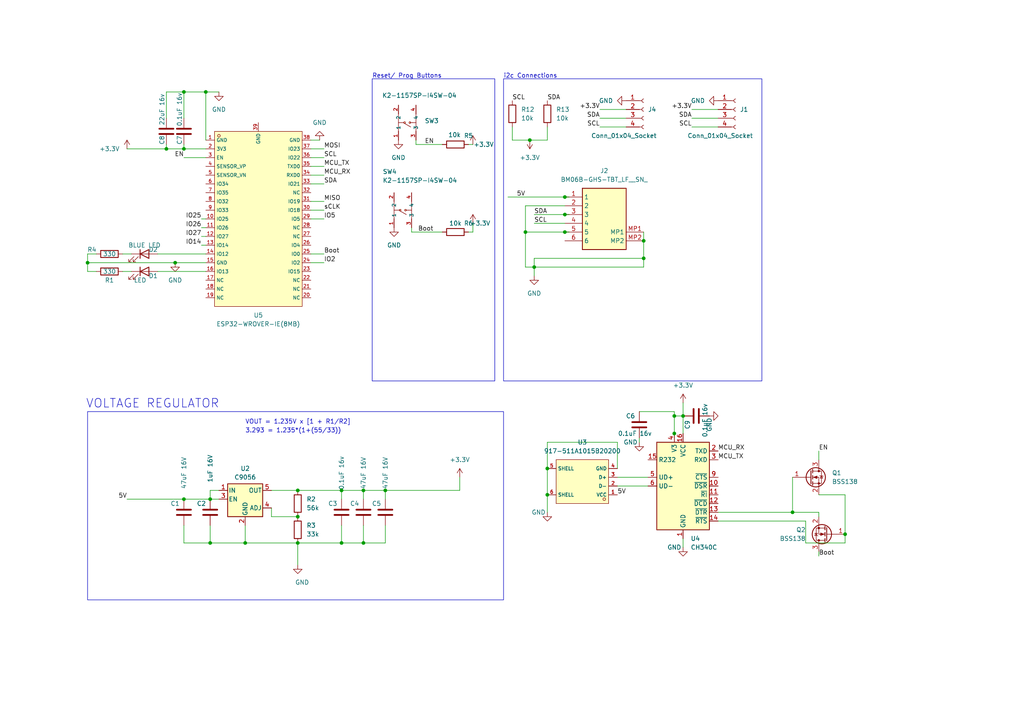
<source format=kicad_sch>
(kicad_sch (version 20231120) (generator "eeschema") (generator_version "8.0")
  (paper "A4")
  (lib_symbols
    (symbol "917-511A1015B20200:917-511A1015B20200"
      (property "Reference" "U" (at 0 1.27 0))
      (property "Value" "917-511A1015B20200" (at 0 -2.54 0))
      (symbol "917-511A1015B20200_0_1"
        (rectangle (start -7.62 7.62) (end 7.62 -5.08) (fill (type background)))
        (circle (center -6.35 6.35) (radius 0.381) (fill (type background)))
        (pin unspecified line (at -10.16 5.08 0) (length 2.54) (name "VCC") (number "1"))
        (pin unspecified line (at -10.16 2.54 0) (length 2.54) (name "D-") (number "2"))
        (pin unspecified line (at -10.16 0 0) (length 2.54) (name "D+") (number "3"))
        (pin unspecified line (at -10.16 -2.54 0) (length 2.54) (name "GND") (number "4"))
        (pin unspecified line (at 10.16 -2.54 180) (length 2.54) (name "SHELL") (number "5"))
        (pin unspecified line (at 10.16 5.08 180) (length 2.54) (name "SHELL") (number "6"))
      )
    )
    (symbol "BM06B-GHS-TBT_LF__SN_:BM06B-GHS-TBT_LF__SN_"
      (property "Reference" "J" (at 19.05 7.62 0))
      (property "Value" "BM06B-GHS-TBT_LF__SN_" (at 19.05 5.08 0))
      (symbol "BM06B-GHS-TBT_LF__SN__1_1"
        (rectangle (start 5.08 2.54) (end 17.78 -15.24) (stroke (width 0.254)) (fill (type background)))
        (pin passive line (at 22.86 -12.7 180) (length 5.08) (name "1") (number "1"))
        (pin passive line (at 22.86 -10.16 180) (length 5.08) (name "2") (number "2"))
        (pin passive line (at 22.86 -7.62 180) (length 5.08) (name "3") (number "3"))
        (pin passive line (at 22.86 -5.08 180) (length 5.08) (name "4") (number "4"))
        (pin passive line (at 22.86 -2.54 180) (length 5.08) (name "5") (number "5"))
        (pin passive line (at 22.86 0 180) (length 5.08) (name "6") (number "6"))
        (pin passive line (at 0 -2.54 0) (length 5.08) (name "MP1") (number "MP1"))
        (pin passive line (at 0 0 0) (length 5.08) (name "MP2") (number "MP2"))
      )
    )
    (symbol "Connector:Conn_01x04_Socket" (pin_names (offset 1.016) hide)
      (property "Reference" "J" (at 0 5.08 0))
      (property "Value" "Conn_01x04_Socket" (at 0 -7.62 0))
      (symbol "Conn_01x04_Socket_1_1"
        (arc (start 0 -4.572) (mid -0.5058 -5.08) (end 0 -5.588) (stroke (width 0.1524)))
        (arc (start 0 -2.032) (mid -0.5058 -2.54) (end 0 -3.048) (stroke (width 0.1524)))
        (polyline (pts (xy -1.27 -5.08) (xy -0.508 -5.08)) (stroke (width 0.1524)))
        (polyline (pts (xy -1.27 -2.54) (xy -0.508 -2.54)) (stroke (width 0.1524)))
        (polyline (pts (xy -1.27 0) (xy -0.508 0)) (stroke (width 0.1524)))
        (polyline (pts (xy -1.27 2.54) (xy -0.508 2.54)) (stroke (width 0.1524)))
        (arc (start 0 0.508) (mid -0.5058 0) (end 0 -0.508) (stroke (width 0.1524)))
        (arc (start 0 3.048) (mid -0.5058 2.54) (end 0 2.032) (stroke (width 0.1524)))
        (pin passive line (at -5.08 2.54 0) (length 3.81) (name "Pin_1") (number "1"))
        (pin passive line (at -5.08 0 0) (length 3.81) (name "Pin_2") (number "2"))
        (pin passive line (at -5.08 -2.54 0) (length 3.81) (name "Pin_3") (number "3"))
        (pin passive line (at -5.08 -5.08 0) (length 3.81) (name "Pin_4") (number "4"))
      )
    )
    (symbol "Connector:Conn_01x06_Pin" (pin_names (offset 1.016) hide)
      (property "Reference" "J" (at 0 7.62 0))
      (property "Value" "Conn_01x06_Pin" (at 0 -10.16 0))
      (symbol "Conn_01x06_Pin_1_1"
        (polyline (pts (xy 1.27 -7.62) (xy 0.8636 -7.62)) (stroke (width 0.1524)))
        (polyline (pts (xy 1.27 -5.08) (xy 0.8636 -5.08)) (stroke (width 0.1524)))
        (polyline (pts (xy 1.27 -2.54) (xy 0.8636 -2.54)) (stroke (width 0.1524)))
        (polyline (pts (xy 1.27 0) (xy 0.8636 0)) (stroke (width 0.1524)))
        (polyline (pts (xy 1.27 2.54) (xy 0.8636 2.54)) (stroke (width 0.1524)))
        (polyline (pts (xy 1.27 5.08) (xy 0.8636 5.08)) (stroke (width 0.1524)))
        (rectangle (start 0.8636 -7.493) (end 0 -7.747) (stroke (width 0.1524)) (fill (type outline)))
        (rectangle (start 0.8636 -4.953) (end 0 -5.207) (stroke (width 0.1524)) (fill (type outline)))
        (rectangle (start 0.8636 -2.413) (end 0 -2.667) (stroke (width 0.1524)) (fill (type outline)))
        (rectangle (start 0.8636 0.127) (end 0 -0.127) (stroke (width 0.1524)) (fill (type outline)))
        (rectangle (start 0.8636 2.667) (end 0 2.413) (stroke (width 0.1524)) (fill (type outline)))
        (rectangle (start 0.8636 5.207) (end 0 4.953) (stroke (width 0.1524)) (fill (type outline)))
        (pin passive line (at 5.08 5.08 180) (length 3.81) (name "Pin_1") (number "1"))
        (pin passive line (at 5.08 2.54 180) (length 3.81) (name "Pin_2") (number "2"))
        (pin passive line (at 5.08 0 180) (length 3.81) (name "Pin_3") (number "3"))
        (pin passive line (at 5.08 -2.54 180) (length 3.81) (name "Pin_4") (number "4"))
        (pin passive line (at 5.08 -5.08 180) (length 3.81) (name "Pin_5") (number "5"))
        (pin passive line (at 5.08 -7.62 180) (length 3.81) (name "Pin_6") (number "6"))
      )
    )
    (symbol "Device:C" (pin_numbers hide) (pin_names (offset 0.254))
      (property "Reference" "C" (at 0.635 2.54 0))
      (property "Value" "C" (at 0.635 -2.54 0))
      (symbol "C_0_1"
        (polyline (pts (xy -2.032 -0.762) (xy 2.032 -0.762)) (stroke (width 0.508)))
        (polyline (pts (xy -2.032 0.762) (xy 2.032 0.762)) (stroke (width 0.508)))
      )
      (symbol "C_1_1"
        (pin passive line (at 0 3.81 270) (length 2.794) (name "~") (number "1"))
        (pin passive line (at 0 -3.81 90) (length 2.794) (name "~") (number "2"))
      )
    )
    (symbol "Device:LED" (pin_numbers hide) (pin_names (offset 1.016) hide)
      (property "Reference" "D" (at 0 2.54 0))
      (property "Value" "LED" (at 0 -2.54 0))
      (symbol "LED_0_1"
        (polyline (pts (xy -1.27 -1.27) (xy -1.27 1.27)) (stroke (width 0.254)))
        (polyline (pts (xy -1.27 0) (xy 1.27 0)))
        (polyline (pts (xy 1.27 -1.27) (xy 1.27 1.27) (xy -1.27 0) (xy 1.27 -1.27)) (stroke (width 0.254)))
        (polyline (pts (xy -3.048 -0.762) (xy -4.572 -2.286) (xy -3.81 -2.286) (xy -4.572 -2.286) (xy -4.572 -1.524)))
        (polyline (pts (xy -1.778 -0.762) (xy -3.302 -2.286) (xy -2.54 -2.286) (xy -3.302 -2.286) (xy -3.302 -1.524)))
      )
      (symbol "LED_1_1"
        (pin passive line (at -3.81 0 0) (length 2.54) (name "K") (number "1"))
        (pin passive line (at 3.81 0 180) (length 2.54) (name "A") (number "2"))
      )
    )
    (symbol "Device:R" (pin_numbers hide) (pin_names (offset 0))
      (property "Reference" "R" (at 2.032 0 90))
      (property "Value" "R" (at 0 0 90))
      (symbol "R_0_1"
        (rectangle (start -1.016 -2.54) (end 1.016 2.54) (stroke (width 0.254)))
      )
      (symbol "R_1_1"
        (pin passive line (at 0 3.81 270) (length 1.27) (name "~") (number "1"))
        (pin passive line (at 0 -3.81 90) (length 1.27) (name "~") (number "2"))
      )
    )
    (symbol "ESP32-WROVER-IE(8MB):ESP32-WROVER-IE(8MB)"
      (property "Reference" "U" (at 0 1.27 0))
      (property "Value" "ESP32-WROVER-IE(8MB)" (at 0 -2.54 0))
      (symbol "ESP32-WROVER-IE(8MB)_0_1"
        (rectangle (start -12.7 25.4001) (end 12.7 -25.4001) (fill (type background)))
        (circle (center -11.43 24.13) (radius 0.381) (fill (type background)))
        (pin unspecified line (at -15.24 22.86 0) (length 2.54) (name "GND") (number "1"))
        (pin unspecified line (at -15.24 0 0) (length 2.54) (name "IO25") (number "10"))
        (pin unspecified line (at -15.24 -2.54 0) (length 2.54) (name "IO26") (number "11"))
        (pin unspecified line (at -15.24 -5.08 0) (length 2.54) (name "IO27") (number "12"))
        (pin unspecified line (at -15.24 -7.62 0) (length 2.54) (name "IO14") (number "13"))
        (pin unspecified line (at -15.24 -10.16 0) (length 2.54) (name "IO12") (number "14"))
        (pin unspecified line (at -15.24 -12.7 0) (length 2.54) (name "GND") (number "15"))
        (pin unspecified line (at -15.24 -15.24 0) (length 2.54) (name "IO13") (number "16"))
        (pin unspecified line (at -15.24 -17.78 0) (length 2.54) (name "NC") (number "17"))
        (pin unspecified line (at -15.24 -20.32 0) (length 2.54) (name "NC") (number "18"))
        (pin unspecified line (at -15.24 -22.86 0) (length 2.54) (name "NC") (number "19"))
        (pin unspecified line (at -15.24 20.32 0) (length 2.54) (name "3V3") (number "2"))
        (pin unspecified line (at 15.24 -22.86 180) (length 2.54) (name "NC") (number "20"))
        (pin unspecified line (at 15.24 -20.32 180) (length 2.54) (name "NC") (number "21"))
        (pin unspecified line (at 15.24 -17.78 180) (length 2.54) (name "NC") (number "22"))
        (pin unspecified line (at 15.24 -15.24 180) (length 2.54) (name "IO15") (number "23"))
        (pin unspecified line (at 15.24 -12.7 180) (length 2.54) (name "IO2") (number "24"))
        (pin unspecified line (at 15.24 -10.16 180) (length 2.54) (name "IO0") (number "25"))
        (pin unspecified line (at 15.24 -7.62 180) (length 2.54) (name "IO4") (number "26"))
        (pin unspecified line (at 15.24 -5.08 180) (length 2.54) (name "NC") (number "27"))
        (pin unspecified line (at 15.24 -2.54 180) (length 2.54) (name "NC") (number "28"))
        (pin unspecified line (at 15.24 0 180) (length 2.54) (name "IO5") (number "29"))
        (pin unspecified line (at -15.24 17.78 0) (length 2.54) (name "EN") (number "3"))
        (pin unspecified line (at 15.24 2.54 180) (length 2.54) (name "IO18") (number "30"))
        (pin unspecified line (at 15.24 5.08 180) (length 2.54) (name "IO19") (number "31"))
        (pin unspecified line (at 15.24 7.62 180) (length 2.54) (name "NC") (number "32"))
        (pin unspecified line (at 15.24 10.16 180) (length 2.54) (name "IO21") (number "33"))
        (pin unspecified line (at 15.24 12.7 180) (length 2.54) (name "RXD0") (number "34"))
        (pin unspecified line (at 15.24 15.24 180) (length 2.54) (name "TXD0") (number "35"))
        (pin unspecified line (at 15.24 17.78 180) (length 2.54) (name "IO22") (number "36"))
        (pin unspecified line (at 15.24 20.32 180) (length 2.54) (name "IO23") (number "37"))
        (pin unspecified line (at 15.24 22.86 180) (length 2.54) (name "GND") (number "38"))
        (pin unspecified line (at 0 27.94 270) (length 2.54) (name "GND") (number "39"))
        (pin unspecified line (at -15.24 15.24 0) (length 2.54) (name "SENSOR_VP") (number "4"))
        (pin unspecified line (at -15.24 12.7 0) (length 2.54) (name "SENSOR_VN") (number "5"))
        (pin unspecified line (at -15.24 10.16 0) (length 2.54) (name "IO34") (number "6"))
        (pin unspecified line (at -15.24 7.62 0) (length 2.54) (name "IO35") (number "7"))
        (pin unspecified line (at -15.24 5.08 0) (length 2.54) (name "IO32") (number "8"))
        (pin unspecified line (at -15.24 2.54 0) (length 2.54) (name "IO33") (number "9"))
      )
    )
    (symbol "GND_1" (power) (pin_names (offset 0))
      (property "Value" "GND_1" (at 0 -3.81 0))
      (symbol "GND_1_0_1"
        (polyline (pts (xy 0 0) (xy 0 -1.27) (xy 1.27 -1.27) (xy 0 -2.54) (xy -1.27 -1.27) (xy 0 -1.27)))
      )
      (symbol "GND_1_1_1"
        (pin power_in line (at 0 0 270) (length 0) hide (name "GND") (number "1"))
      )
    )
    (symbol "GND_2" (power) (pin_numbers hide) (pin_names (offset 0) hide)
      (property "Value" "GND" (at 0 -3.81 0))
      (symbol "GND_2_0_1"
        (polyline (pts (xy 0 0) (xy 0 -1.27) (xy 1.27 -1.27) (xy 0 -2.54) (xy -1.27 -1.27) (xy 0 -1.27)))
      )
      (symbol "GND_2_1_1"
        (pin power_in line (at 0 0 270) (length 0) (name "~") (number "1"))
      )
    )
    (symbol "Interface_USB:CH340C"
      (property "Reference" "U" (at -5.08 13.97 0))
      (property "Value" "CH340C" (at 1.27 13.97 0))
      (symbol "CH340C_0_1"
        (rectangle (start -7.62 12.7) (end 7.62 -12.7) (stroke (width 0.254)) (fill (type background)))
      )
      (symbol "CH340C_1_1"
        (pin power_in line (at 0 -15.24 90) (length 2.54) (name "GND") (number "1"))
        (pin input line (at 10.16 0 180) (length 2.54) (name "~{DSR}") (number "10"))
        (pin input line (at 10.16 -2.54 180) (length 2.54) (name "~{RI}") (number "11"))
        (pin input line (at 10.16 -5.08 180) (length 2.54) (name "~{DCD}") (number "12"))
        (pin output line (at 10.16 -7.62 180) (length 2.54) (name "~{DTR}") (number "13"))
        (pin output line (at 10.16 -10.16 180) (length 2.54) (name "~{RTS}") (number "14"))
        (pin input line (at -10.16 7.62 0) (length 2.54) (name "R232") (number "15"))
        (pin power_in line (at 0 15.24 270) (length 2.54) (name "VCC") (number "16"))
        (pin output line (at 10.16 10.16 180) (length 2.54) (name "TXD") (number "2"))
        (pin input line (at 10.16 7.62 180) (length 2.54) (name "RXD") (number "3"))
        (pin passive line (at -2.54 15.24 270) (length 2.54) (name "V3") (number "4"))
        (pin bidirectional line (at -10.16 2.54 0) (length 2.54) (name "UD+") (number "5"))
        (pin bidirectional line (at -10.16 0 0) (length 2.54) (name "UD-") (number "6"))
        (pin no_connect line (at -7.62 -7.62 0) (length 2.54) hide (name "NC") (number "7"))
        (pin no_connect line (at -7.62 -10.16 0) (length 2.54) hide (name "NC") (number "8"))
        (pin input line (at 10.16 2.54 180) (length 2.54) (name "~{CTS}") (number "9"))
      )
    )
    (symbol "K2-1157SP-I4SW-04:K2-1157SP-I4SW-04"
      (property "Reference" "SW" (at 0 1.27 0))
      (property "Value" "K2-1157SP-I4SW-04" (at 0 -2.54 0))
      (symbol "K2-1157SP-I4SW-04_0_1"
        (circle (center 0 -0.762) (radius 0.254) (fill (type background)))
        (polyline (pts (xy -2.54 -2.54) (xy 2.54 -2.54)))
        (polyline (pts (xy -1.27 -1.016) (xy -0.254 0.762)))
        (polyline (pts (xy 0 -2.54) (xy 0 -1.524)))
        (polyline (pts (xy 0 -1.524) (xy 0 -0.762)))
        (polyline (pts (xy 0 2.54) (xy 0 0.762)))
        (polyline (pts (xy 2.54 2.54) (xy -2.54 2.54)))
        (circle (center 0 0.762) (radius 0.254) (fill (type background)))
        (pin unspecified line (at -5.08 2.54 0) (length 2.54) (name "1") (number "1"))
        (pin unspecified line (at 5.08 2.54 180) (length 2.54) (name "2") (number "2"))
        (pin unspecified line (at -5.08 -2.54 0) (length 2.54) (name "3") (number "3"))
        (pin unspecified line (at 5.08 -2.54 180) (length 2.54) (name "4") (number "4"))
      )
    )
    (symbol "Regulator_Linear:SPX3819M5-L" (pin_names (offset 0.254))
      (property "Reference" "U" (at -3.81 5.715 0))
      (property "Value" "SPX3819M5-L" (at 0 5.715 0))
      (symbol "SPX3819M5-L_0_1"
        (rectangle (start -5.08 4.445) (end 5.08 -5.08) (stroke (width 0.254)) (fill (type background)))
      )
      (symbol "SPX3819M5-L_1_1"
        (pin power_in line (at -7.62 2.54 0) (length 2.54) (name "IN") (number "1"))
        (pin power_in line (at 0 -7.62 90) (length 2.54) (name "GND") (number "2"))
        (pin input line (at -7.62 0 0) (length 2.54) (name "EN") (number "3"))
        (pin input line (at 7.62 -2.54 180) (length 2.54) (name "ADJ") (number "4"))
        (pin power_out line (at 7.62 2.54 180) (length 2.54) (name "OUT") (number "5"))
      )
    )
    (symbol "Transistor_FET:BSS138" (pin_names hide)
      (property "Reference" "Q" (at 5.08 1.905 0))
      (property "Value" "BSS138" (at 5.08 0 0))
      (symbol "BSS138_0_1"
        (polyline (pts (xy 0.254 0) (xy -2.54 0)))
        (polyline (pts (xy 0.254 1.905) (xy 0.254 -1.905)) (stroke (width 0.254)))
        (polyline (pts (xy 0.762 -1.27) (xy 0.762 -2.286)) (stroke (width 0.254)))
        (polyline (pts (xy 0.762 0.508) (xy 0.762 -0.508)) (stroke (width 0.254)))
        (polyline (pts (xy 0.762 2.286) (xy 0.762 1.27)) (stroke (width 0.254)))
        (polyline (pts (xy 2.54 2.54) (xy 2.54 1.778)))
        (polyline (pts (xy 2.54 -2.54) (xy 2.54 0) (xy 0.762 0)))
        (polyline (pts (xy 0.762 -1.778) (xy 3.302 -1.778) (xy 3.302 1.778) (xy 0.762 1.778)))
        (polyline (pts (xy 1.016 0) (xy 2.032 0.381) (xy 2.032 -0.381) (xy 1.016 0)) (fill (type outline)))
        (polyline (pts (xy 2.794 0.508) (xy 2.921 0.381) (xy 3.683 0.381) (xy 3.81 0.254)))
        (polyline (pts (xy 3.302 0.381) (xy 2.921 -0.254) (xy 3.683 -0.254) (xy 3.302 0.381)))
        (circle (center 1.651 0) (radius 2.794) (stroke (width 0.254)))
        (circle (center 2.54 -1.778) (radius 0.254) (fill (type outline)))
        (circle (center 2.54 1.778) (radius 0.254) (fill (type outline)))
      )
      (symbol "BSS138_1_1"
        (pin input line (at -5.08 0 0) (length 2.54) (name "G") (number "1"))
        (pin passive line (at 2.54 -5.08 90) (length 2.54) (name "S") (number "2"))
        (pin passive line (at 2.54 5.08 270) (length 2.54) (name "D") (number "3"))
      )
    )
    (symbol "power:+3.3V" (power) (pin_names (offset 0))
      (property "Value" "+3.3V" (at 0 3.556 0))
      (symbol "+3.3V_0_1"
        (polyline (pts (xy -0.762 1.27) (xy 0 2.54)))
        (polyline (pts (xy 0 0) (xy 0 2.54)))
        (polyline (pts (xy 0 2.54) (xy 0.762 1.27)))
      )
      (symbol "+3.3V_1_1"
        (pin power_in line (at 0 0 90) (length 0) hide (name "+3.3V") (number "1"))
      )
    )
    (symbol "power:GND" (power) (pin_names (offset 0))
      (property "Value" "GND" (at 0 -3.81 0))
      (symbol "GND_0_1"
        (polyline (pts (xy 0 0) (xy 0 -1.27) (xy 1.27 -1.27) (xy 0 -2.54) (xy -1.27 -1.27) (xy 0 -1.27)))
      )
      (symbol "GND_1_1"
        (pin power_in line (at 0 0 270) (length 0) hide (name "GND") (number "1"))
      )
    )
  )
  (junction (at 53.34 43.18))
  (junction (at 99.06 157.48))
  (junction (at 158.75 143.51))
  (junction (at 60.96 144.78) (diameter 0.9144))
  (junction (at 163.83 67.31))
  (junction (at 245.11 154.94))
  (junction (at 53.34 26.67))
  (junction (at 152.4 67.31))
  (junction (at 86.36 142.24))
  (junction (at 48.26 43.18))
  (junction (at 86.36 157.48))
  (junction (at 163.83 62.23))
  (junction (at 71.12 157.48))
  (junction (at 198.12 120.65))
  (junction (at 59.69 26.67))
  (junction (at 195.58 125.73))
  (junction (at 163.83 57.15))
  (junction (at 195.58 120.65))
  (junction (at 50.8 76.2))
  (junction (at 53.34 144.78))
  (junction (at 111.76 142.24))
  (junction (at 60.96 157.48))
  (junction (at 86.36 149.86))
  (junction (at 229.87 148.59))
  (junction (at 186.69 74.93))
  (junction (at 99.06 142.24))
  (junction (at 154.94 77.47))
  (junction (at 153.67 40.64))
  (junction (at 158.75 135.89))
  (junction (at 186.69 69.85))
  (junction (at 25.4 76.2))
  (junction (at 105.41 157.48))
  (junction (at 105.41 142.24))
  (wire (pts (xy 48.26 26.67) (xy 53.34 26.67)))
  (wire (pts (xy 369.57 24.13) (xy 368.3 24.13)))
  (wire (pts (xy 397.51 21.59) (xy 397.51 10.16)))
  (wire (pts (xy 420.37 11.43) (xy 419.1 11.43)))
  (wire (pts (xy 50.8 76.2) (xy 25.4 76.2)))
  (wire (pts (xy 195.58 125.73) (xy 195.58 120.65)))
  (wire (pts (xy 326.39 17.78) (xy 323.85 17.78)))
  (wire (pts (xy 111.76 152.4) (xy 111.76 157.48)))
  (wire (pts (xy 93.98 43.18) (xy 90.17 43.18)))
  (wire (pts (xy 53.34 43.18) (xy 53.34 41.91)))
  (wire (pts (xy 186.69 69.85) (xy 186.69 74.93)))
  (wire (pts (xy 200.66 36.83) (xy 208.28 36.83)))
  (wire (pts (xy 185.42 127) (xy 185.42 128.27)))
  (wire (pts (xy 25.4 73.66) (xy 25.4 76.2)))
  (wire (pts (xy 53.34 45.72) (xy 59.69 45.72)))
  (wire (pts (xy 229.87 148.59) (xy 237.49 148.59)))
  (wire (pts (xy 27.94 73.66) (xy 25.4 73.66)))
  (wire (pts (xy 105.41 142.24) (xy 111.76 142.24)))
  (wire (pts (xy 60.96 152.4) (xy 60.96 157.48)))
  (wire (pts (xy 179.07 128.27) (xy 158.75 128.27)))
  (wire (pts (xy 105.41 142.24) (xy 105.41 144.78)))
  (wire (pts (xy 48.26 43.18) (xy 48.26 41.91)))
  (wire (pts (xy 53.34 157.48) (xy 53.34 152.4)))
  (wire (pts (xy 119.38 67.31) (xy 128.27 67.31)))
  (wire (pts (xy 86.36 163.83) (xy 86.36 157.48)))
  (wire (pts (xy 152.4 59.69) (xy 163.83 59.69)))
  (wire (pts (xy 154.94 77.47) (xy 154.94 80.01)))
  (wire (pts (xy 50.8 76.2) (xy 59.69 76.2)))
  (wire (pts (xy 120.65 40.64) (xy 120.65 41.91)))
  (wire (pts (xy 99.06 142.24) (xy 105.41 142.24)))
  (wire (pts (xy 152.4 59.69) (xy 152.4 67.31)))
  (wire (pts (xy 163.83 57.15) (xy 165.1 57.15)))
  (wire (pts (xy 154.94 64.77) (xy 163.83 64.77)))
  (wire (pts (xy 179.07 135.89) (xy 179.07 128.27)))
  (wire (pts (xy 60.96 144.78) (xy 60.96 142.24)))
  (wire (pts (xy 59.69 26.67) (xy 53.34 26.67)))
  (wire (pts (xy 58.42 68.58) (xy 59.69 68.58)))
  (wire (pts (xy 78.74 149.86) (xy 78.74 147.32)))
  (wire (pts (xy 119.38 67.31) (xy 119.38 66.04)))
  (wire (pts (xy 237.49 160.02) (xy 237.49 161.29)))
  (wire (pts (xy 58.42 63.5) (xy 59.69 63.5)))
  (wire (pts (xy 327.66 15.24) (xy 323.85 15.24)))
  (wire (pts (xy 147.32 57.15) (xy 163.83 57.15)))
  (wire (pts (xy 93.98 50.8) (xy 90.17 50.8)))
  (wire (pts (xy 369.57 25.4) (xy 369.57 24.13)))
  (wire (pts (xy 208.28 148.59) (xy 229.87 148.59)))
  (wire (pts (xy 195.58 120.65) (xy 198.12 120.65)))
  (wire (pts (xy 58.42 71.12) (xy 59.69 71.12)))
  (wire (pts (xy 120.65 41.91) (xy 128.27 41.91)))
  (wire (pts (xy 208.28 151.13) (xy 233.68 151.13)))
  (wire (pts (xy 148.59 40.64) (xy 153.67 40.64)))
  (wire (pts (xy 326.39 7.62) (xy 323.85 7.62)))
  (wire (pts (xy 135.89 41.91) (xy 137.16 41.91)))
  (wire (pts (xy 245.11 143.51) (xy 237.49 143.51)))
  (wire (pts (xy 59.69 73.66) (xy 45.72 73.66)))
  (wire (pts (xy 237.49 133.35) (xy 237.49 130.81)))
  (wire (pts (xy 58.42 66.04) (xy 59.69 66.04)))
  (wire (pts (xy 48.26 34.29) (xy 48.26 26.67)))
  (wire (pts (xy 25.4 78.74) (xy 27.94 78.74)))
  (wire (pts (xy 153.67 40.64) (xy 158.75 40.64)))
  (wire (pts (xy 198.12 116.84) (xy 198.12 120.65)))
  (wire (pts (xy 245.11 157.48) (xy 245.11 154.94)))
  (wire (pts (xy 163.83 62.23) (xy 165.1 62.23)))
  (wire (pts (xy 195.58 127) (xy 195.58 125.73)))
  (wire (pts (xy 173.99 36.83) (xy 181.61 36.83)))
  (wire (pts (xy 179.07 138.43) (xy 187.96 138.43)))
  (wire (pts (xy 48.26 43.18) (xy 53.34 43.18)))
  (wire (pts (xy 53.34 34.29) (xy 53.34 26.67)))
  (wire (pts (xy 148.59 36.83) (xy 148.59 40.64)))
  (wire (pts (xy 92.71 40.64) (xy 90.17 40.64)))
  (wire (pts (xy 93.98 45.72) (xy 90.17 45.72)))
  (wire (pts (xy 340.36 21.59) (xy 327.66 21.59)))
  (wire (pts (xy 99.06 152.4) (xy 99.06 157.48)))
  (wire (pts (xy 71.12 157.48) (xy 86.36 157.48)))
  (wire (pts (xy 152.4 67.31) (xy 152.4 77.47)))
  (wire (pts (xy 53.34 43.18) (xy 59.69 43.18)))
  (wire (pts (xy 38.1 73.66) (xy 35.56 73.66)))
  (wire (pts (xy 78.74 142.24) (xy 86.36 142.24)))
  (wire (pts (xy 198.12 120.65) (xy 198.12 125.73)))
  (wire (pts (xy 99.06 142.24) (xy 99.06 144.78)))
  (wire (pts (xy 154.94 74.93) (xy 154.94 77.47)))
  (wire (pts (xy 86.36 157.48) (xy 99.06 157.48)))
  (wire (pts (xy 173.99 34.29) (xy 181.61 34.29)))
  (wire (pts (xy 198.12 156.21) (xy 198.12 158.75)))
  (wire (pts (xy 36.83 43.18) (xy 48.26 43.18)))
  (wire (pts (xy 105.41 157.48) (xy 111.76 157.48)))
  (wire (pts (xy 105.41 152.4) (xy 105.41 157.48)))
  (wire (pts (xy 154.94 77.47) (xy 186.69 77.47)))
  (wire (pts (xy 93.98 73.66) (xy 90.17 73.66)))
  (wire (pts (xy 53.34 157.48) (xy 60.96 157.48)))
  (wire (pts (xy 25.4 78.74) (xy 25.4 76.2)))
  (wire (pts (xy 173.99 31.75) (xy 181.61 31.75)))
  (wire (pts (xy 59.69 78.74) (xy 45.72 78.74)))
  (wire (pts (xy 154.94 62.23) (xy 163.83 62.23)))
  (wire (pts (xy 60.96 157.48) (xy 71.12 157.48)))
  (wire (pts (xy 408.94 20.32) (xy 408.94 10.16)))
  (wire (pts (xy 326.39 5.08) (xy 323.85 5.08)))
  (wire (pts (xy 93.98 60.96) (xy 90.17 60.96)))
  (wire (pts (xy 154.94 74.93) (xy 186.69 74.93)))
  (wire (pts (xy 185.42 119.38) (xy 195.58 119.38)))
  (wire (pts (xy 63.5 144.78) (xy 60.96 144.78)))
  (wire (pts (xy 245.11 154.94) (xy 245.11 143.51)))
  (wire (pts (xy 53.34 144.78) (xy 60.96 144.78)))
  (wire (pts (xy 137.16 67.31) (xy 137.16 64.77)))
  (wire (pts (xy 99.06 157.48) (xy 105.41 157.48)))
  (wire (pts (xy 419.1 11.43) (xy 419.1 7.62)))
  (wire (pts (xy 200.66 31.75) (xy 208.28 31.75)))
  (wire (pts (xy 326.39 25.4) (xy 326.39 17.78)))
  (wire (pts (xy 158.75 40.64) (xy 158.75 36.83)))
  (wire (pts (xy 152.4 77.47) (xy 154.94 77.47)))
  (wire (pts (xy 354.33 25.4) (xy 354.33 7.62)))
  (wire (pts (xy 158.75 135.89) (xy 158.75 143.51)))
  (wire (pts (xy 111.76 142.24) (xy 111.76 144.78)))
  (wire (pts (xy 233.68 157.48) (xy 245.11 157.48)))
  (wire (pts (xy 135.89 67.31) (xy 137.16 67.31)))
  (wire (pts (xy 368.3 24.13) (xy 368.3 8.89)))
  (wire (pts (xy 63.5 26.67) (xy 59.69 26.67)))
  (wire (pts (xy 93.98 58.42) (xy 90.17 58.42)))
  (wire (pts (xy 36.83 144.78) (xy 53.34 144.78)))
  (wire (pts (xy 38.1 78.74) (xy 35.56 78.74)))
  (wire (pts (xy 444.5 16.51) (xy 444.5 7.62)))
  (wire (pts (xy 59.69 40.64) (xy 59.69 26.67)))
  (wire (pts (xy 186.69 74.93) (xy 186.69 77.47)))
  (wire (pts (xy 186.69 67.31) (xy 186.69 69.85)))
  (wire (pts (xy 200.66 34.29) (xy 208.28 34.29)))
  (wire (pts (xy 431.8 17.78) (xy 431.8 7.62)))
  (wire (pts (xy 60.96 142.24) (xy 63.5 142.24)))
  (wire (pts (xy 158.75 128.27) (xy 158.75 135.89)))
  (wire (pts (xy 163.83 67.31) (xy 165.1 67.31)))
  (wire (pts (xy 237.49 148.59) (xy 237.49 149.86)))
  (wire (pts (xy 86.36 149.86) (xy 78.74 149.86)))
  (wire (pts (xy 93.98 76.2) (xy 90.17 76.2)))
  (wire (pts (xy 86.36 142.24) (xy 99.06 142.24)))
  (wire (pts (xy 382.27 24.13) (xy 382.27 8.89)))
  (wire (pts (xy 152.4 67.31) (xy 163.83 67.31)))
  (wire (pts (xy 334.01 12.7) (xy 323.85 12.7)))
  (wire (pts (xy 229.87 148.59) (xy 229.87 138.43)))
  (wire (pts (xy 133.35 142.24) (xy 111.76 142.24)))
  (wire (pts (xy 327.66 21.59) (xy 327.66 15.24)))
  (wire (pts (xy 93.98 63.5) (xy 90.17 63.5)))
  (wire (pts (xy 93.98 48.26) (xy 90.17 48.26)))
  (wire (pts (xy 195.58 119.38) (xy 195.58 120.65)))
  (wire (pts (xy 71.12 152.4) (xy 71.12 157.48)))
  (wire (pts (xy 158.75 143.51) (xy 158.75 148.59)))
  (wire (pts (xy 233.68 151.13) (xy 233.68 157.48)))
  (wire (pts (xy 133.35 138.43) (xy 133.35 142.24)))
  (wire (pts (xy 93.98 53.34) (xy 90.17 53.34)))
  (wire (pts (xy 420.37 19.05) (xy 420.37 11.43)))
  (wire (pts (xy 179.07 140.97) (xy 187.96 140.97)))
  (rectangle (start 146.05 22.86) (end 220.98 110.49))
  (rectangle (start -95.25 -139.7) (end -13.97 -52.07))
  (rectangle (start 25.4 119.38) (end 146.05 173.99))
  (rectangle (start 107.95 22.86) (end 143.51 110.49))
  (text "3.293 = 1.235*(1+(55/33))" (at 71.12 125.73 0) (effects (font (size 1.27 1.27)) (justify left bottom)))
  (text "VOUT = 1.235V x [1 + R1/R2]" (at 71.12 123.19 0) (effects (font (size 1.27 1.27)) (justify left bottom)))
  (text "i2c Connections" (at 146.05 22.86 0) (effects (font (size 1.27 1.27)) (justify left bottom)))
  (text "VOLTAGE REGULATOR" (at 24.892 118.618 0) (effects (font (size 2.5 2.5)) (justify left bottom)))
  (text "Reset/ Prog Buttons" (at 107.95 22.86 0) (effects (font (size 1.27 1.27)) (justify left bottom)))
  (label "SCL" (at 173.99 36.83 180))
  (label "IO14" (at 58.42 71.12 180))
  (label "SDA" (at 173.99 34.29 180))
  (label "EN" (at 123.19 41.91 0))
  (label "IO25" (at 408.94 20.32 0))
  (label "SDA" (at 93.98 53.34 0))
  (label "sCLK" (at 382.27 24.13 0))
  (label "+3.3V" (at 200.66 31.75 180))
  (label "IO5" (at 93.98 63.5 0))
  (label "5V" (at 179.07 143.51 0))
  (label "IO27" (at 58.42 68.58 180))
  (label "Boot" (at 237.49 161.29 0))
  (label "+3.3V" (at 173.99 31.75 180))
  (label "IO26" (at 58.42 66.04 180))
  (label "MISO" (at 369.57 25.4 0))
  (label "MCU_TX" (at 208.28 133.35 0))
  (label "MOSI" (at 354.33 25.4 0))
  (label "MOSI" (at 93.98 43.18 0))
  (label "SCL" (at 93.98 45.72 0))
  (label "IO14" (at 444.5 16.51 0))
  (label "5V" (at 149.86 57.15 0))
  (label "SCL" (at 148.59 29.21 0))
  (label "MCU_RX" (at 208.28 130.81 0))
  (label "MCU_TX" (at 93.98 48.26 0))
  (label "SDA" (at 326.39 7.62 0))
  (label "sCLK" (at 93.98 60.96 0))
  (label "MISO" (at 93.98 58.42 0))
  (label "Boot" (at 125.73 67.31 180))
  (label "IO26" (at 420.37 19.05 0))
  (label "EN" (at 53.34 45.72 180))
  (label "IO2" (at 93.98 76.2 0))
  (label "SCL" (at 326.39 5.08 0))
  (label "IO25" (at 58.42 63.5 180))
  (label "EN" (at 237.49 130.81 0))
  (label "SDA" (at 158.75 29.21 0))
  (label "MCU_RX" (at 93.98 50.8 0))
  (label "SCL" (at 200.66 36.83 180))
  (label "SDA" (at 154.94 62.23 0))
  (label "SCL" (at 154.94 64.77 0))
  (label "5V" (at 36.83 144.78 180))
  (label "Boot" (at 93.98 73.66 0))
  (label "SDA" (at 200.66 34.29 180))
  (label "IO27" (at 431.8 17.78 0))
  (label "IO5" (at 397.51 21.59 0))
  (label "5V" (at 326.39 25.4 0))
  (symbol (lib_id "power:GND") (at 185.42 128.27 0) (unit 1)
    (property "Reference" "#PWR02" (effects (hide yes)))
    (property "Value" "GND" (at 182.88 128.27 0))
  )
  (symbol (lib_id "ESP32-WROVER-IE(8MB):ESP32-WROVER-IE(8MB)") (at 74.93 63.5 0) (unit 1)
    (property "Reference" "U5" (at 74.93 91.44 0))
    (property "Value" "ESP32-WROVER-IE(8MB)" (at 74.93 93.98 0))
    (property "Footprint" "footprint:WIFI-SMD_ESP32-WROVER-E" (effects (hide yes)))
    (property "Datasheet" "https://item.szlcsc.com/736355.html?ref=editor&logined=true" (effects (hide yes)))
    (property "LCSC" "C701351" (effects (hide yes)))
  )
  (symbol (lib_id "Device:R") (at 86.36 153.67 0) (unit 1)
    (property "Reference" "R3" (at 88.9 152.4 0) (effects (justify left)))
    (property "Value" "33k" (at 88.9 154.94 0) (effects (justify left)))
    (property "Footprint" "Resistor_SMD:R_0603_1608Metric" (effects (hide yes)))
  )
  (symbol (lib_id "Device:R") (at 132.08 67.31 90) (unit 1)
    (property "Reference" "R6" (at 135.89 64.77 90))
    (property "Value" "10k" (at 132.08 64.77 90))
    (property "Footprint" "Resistor_SMD:R_0603_1608Metric" (effects (hide yes)))
  )
  (symbol (lib_id "BM06B-GHS-TBT_LF__SN_:BM06B-GHS-TBT_LF__SN_") (at 186.69 69.85 180) (unit 1)
    (property "Reference" "J2" (at 175.26 49.53 0))
    (property "Value" "BM06B-GHS-TBT_LF__SN_" (at 175.26 52.07 0))
    (property "Footprint" "BM06BGHSTBTLFSN" (effects (hide yes)))
    (property "Datasheet" "https://datasheet.lcsc.com/szlcsc/2004111131_JST-Sales-America-BM06B-GHS-TBT-LF-SN_C495534.pdf" (effects (hide yes)))
    (property "Height" "4.05" (effects (hide yes)))
    (property "Manufacturer_Name" "JST (JAPAN SOLDERLESS TERMINALS)" (effects (hide yes)))
    (property "Manufacturer_Part_Number" "BM06B-GHS-TBT(LF)(SN)" (effects (hide yes)))
  )
  (symbol (lib_id "power:+3.3V") (at 198.12 116.84 0) (unit 1)
    (property "Reference" "#PWR06" (effects (hide yes)))
    (property "Value" "+3.3V" (at 198.12 111.76 0))
  )
  (symbol (lib_id "Connector:Conn_01x06_Pin") (at 525.78 6.35 0) (unit 1)
    (property "Reference" "J19" (at 526.415 -3.81 0))
    (property "Value" "Conn_01x06_Pin" (at 526.415 -1.27 0))
    (property "Footprint" "Connector_PinSocket_2.54mm:PinSocket_1x06_P2.54mm_Vertical_ALT" (effects (hide yes)))
    (property "Description" "Generic connector, single row, 01x06, script generated" (effects (hide yes)))
  )
  (symbol (lib_id "power:+3.3V") (at 36.83 43.18 0) (unit 1)
    (property "Reference" "#PWR0105" (effects (hide yes)))
    (property "Value" "+3.3V" (at 31.75 43.18 0))
  )
  (symbol (lib_id "Connector:Conn_01x06_Pin") (at 377.19 1.27 0) (unit 1)
    (property "Reference" "J7" (at 377.825 -8.89 0))
    (property "Value" "Conn_01x06_Pin" (at 377.825 -6.35 0))
    (property "Footprint" "Connector_PinSocket_2.54mm:PinSocket_1x06_P2.54mm_Vertical_ALT" (effects (hide yes)))
    (property "Description" "Generic connector, single row, 01x06, script generated" (effects (hide yes)))
  )
  (symbol (lib_id "power:GND") (at 92.71 40.64 180) (unit 1)
    (property "Reference" "#PWR09" (effects (hide yes)))
    (property "Value" "GND" (at 92.71 35.56 0))
  )
  (symbol (lib_id "power:GND") (at 334.01 12.7 0) (unit 1)
    (property "Reference" "#PWR014" (effects (hide yes)))
    (property "Value" "GND" (at 334.01 17.78 0))
  )
  (symbol (lib_id "Device:C") (at 99.06 148.59 180) (unit 1)
    (property "Reference" "C3" (at 96.52 146.05 0))
    (property "Value" "0.1uF 16v" (at 99.06 137.16 90))
    (property "Footprint" "Capacitor_SMD:C_0603_1608Metric" (effects (hide yes)))
    (property "mpn" "CC0603KRX7R7BB104" (effects (hide yes)))
  )
  (symbol (lib_id "Device:C") (at 185.42 123.19 180) (unit 1)
    (property "Reference" "C6" (at 182.88 120.65 0))
    (property "Value" "0.1uF 16v" (at 184.15 125.73 0))
    (property "Footprint" "Capacitor_SMD:C_0603_1608Metric" (effects (hide yes)))
    (property "mpn" "CC0603KRX7R7BB104" (effects (hide yes)))
  )
  (symbol (lib_id "Transistor_FET:BSS138") (at 234.95 138.43 0) (unit 1)
    (property "Reference" "Q1" (at 241.3 137.16 0) (effects (justify left)))
    (property "Value" "BSS138" (at 241.3 139.7 0) (effects (justify left)))
    (property "Footprint" "Package_TO_SOT_SMD:SOT-23" (effects (hide yes)))
    (property "Datasheet" "https://www.onsemi.com/pub/Collateral/BSS138-D.PDF" (effects (hide yes)))
  )
  (symbol (lib_id "Regulator_Linear:SPX3819M5-L") (at 71.12 144.78 0) (unit 1)
    (property "Reference" "U2" (at 71.12 135.89 0))
    (property "Value" "C9056" (at 71.12 138.43 0))
    (property "Footprint" "Package_TO_SOT_SMD:SOT-23-5" (effects (hide yes)))
    (property "Datasheet" "https://www.exar.com/content/document.ashx?id=22106&languageid=1033&type=Datasheet&partnumber=SPX3819&filename=SPX3819.pdf&part=SPX3819" (effects (hide yes)))
    (property "MFG" "SPX3819M5-L/TR" (effects (hide yes)))
  )
  (symbol (lib_id "917-511A1015B20200:917-511A1015B20200") (at 168.91 138.43 180) (unit 1)
    (property "Reference" "U3" (at 168.91 128.27 0))
    (property "Value" "917-511A1015B20200" (at 168.91 130.81 0))
    (property "Footprint" "footprint:USB-A-TH_917-511A1015B20200" (effects (hide yes)))
    (property "Datasheet" "https://atta.szlcsc.com/upload/public/pdf/source/20210526/C2763393_A7962FFD4CBEF8A27D83A670F7579165.pdf" (effects (hide yes)))
    (property "LCSC" "C2763393" (effects (hide yes)))
  )
  (symbol (lib_id "Device:LED") (at 41.91 73.66 0) (unit 1)
    (property "Reference" "D2" (at 44.45 72.39 0))
    (property "Value" "BLUE LED" (at 41.91 71.12 0))
    (property "Footprint" "LED_SMD:LED_0603_1608Metric" (effects (hide yes)))
    (property "MPN" "C264465" (effects (hide yes)))
  )
  (symbol (lib_id "Device:C") (at 111.76 148.59 180) (unit 1)
    (property "Reference" "C5" (at 109.22 146.05 0))
    (property "Value" "47uF 16V" (at 111.76 137.16 90))
    (property "Footprint" "Capacitor_SMD:C_0805_2012Metric" (effects (hide yes)))
    (property "mpn" "C2012X5R1A476M125AC" (effects (hide yes)))
  )
  (symbol (lib_id "power:GND") (at 63.5 26.67 0) (unit 1)
    (property "Reference" "#PWR010" (effects (hide yes)))
    (property "Value" "GND" (at 63.5 31.75 0))
  )
  (symbol (lib_id "power:+3.3V") (at 137.16 64.77 0) (unit 1)
    (property "Reference" "#PWR0114" (effects (hide yes)))
    (property "Value" "+3.3V" (at 142.24 64.77 0) (effects (justify right)))
  )
  (symbol (lib_id "Connector:Conn_01x06_Pin") (at 392.43 2.54 0) (unit 1)
    (property "Reference" "J8" (at 393.065 -7.62 0))
    (property "Value" "Conn_01x06_Pin" (at 393.065 -5.08 0))
    (property "Footprint" "Connector_PinSocket_2.54mm:PinSocket_1x06_P2.54mm_Vertical_ALT" (effects (hide yes)))
    (property "Description" "Generic connector, single row, 01x06, script generated" (effects (hide yes)))
  )
  (symbol (lib_id "Connector:Conn_01x06_Pin") (at 473.71 0 0) (unit 1)
    (property "Reference" "J15" (at 474.345 -10.16 0))
    (property "Value" "Conn_01x06_Pin" (at 474.345 -7.62 0))
    (property "Footprint" "Connector_PinSocket_2.54mm:PinSocket_1x06_P2.54mm_Vertical_ALT" (effects (hide yes)))
    (property "Description" "Generic connector, single row, 01x06, script generated" (effects (hide yes)))
  )
  (symbol (lib_id "Connector:Conn_01x06_Pin") (at 450.85 1.27 0) (unit 1)
    (property "Reference" "J13" (at 451.485 -8.89 0))
    (property "Value" "Conn_01x06_Pin" (at 451.485 -6.35 0))
    (property "Footprint" "Connector_PinSocket_2.54mm:PinSocket_1x06_P2.54mm_Vertical_ALT" (effects (hide yes)))
    (property "Description" "Generic connector, single row, 01x06, script generated" (effects (hide yes)))
  )
  (symbol (lib_name "GND_1") (lib_id "power:GND") (at 181.61 29.21 270) (unit 1)
    (property "Reference" "#PWR018" (effects (hide yes)))
    (property "Value" "GND" (at 177.8 29.21 90) (effects (justify right)))
  )
  (symbol (lib_id "Device:R") (at 86.36 146.05 0) (unit 1)
    (property "Reference" "R2" (at 88.9 144.78 0) (effects (justify left)))
    (property "Value" "56k" (at 88.9 147.32 0) (effects (justify left)))
    (property "Footprint" "Resistor_SMD:R_0603_1608Metric" (effects (hide yes)))
  )
  (symbol (lib_id "Connector:Conn_01x06_Pin") (at 363.22 1.27 0) (unit 1)
    (property "Reference" "J6" (at 363.855 -8.89 0))
    (property "Value" "Conn_01x06_Pin" (at 363.855 -6.35 0))
    (property "Footprint" "Connector_PinSocket_2.54mm:PinSocket_1x06_P2.54mm_Vertical_ALT" (effects (hide yes)))
    (property "Description" "Generic connector, single row, 01x06, script generated" (effects (hide yes)))
  )
  (symbol (lib_id "power:GND") (at 154.94 80.01 0) (unit 1)
    (property "Reference" "#PWR05" (effects (hide yes)))
    (property "Value" "GND" (at 154.94 85.09 0))
  )
  (symbol (lib_id "Connector:Conn_01x06_Pin") (at 414.02 0 0) (unit 1)
    (property "Reference" "J10" (at 414.655 -10.16 0))
    (property "Value" "Conn_01x06_Pin" (at 414.655 -7.62 0))
    (property "Footprint" "Connector_PinSocket_2.54mm:PinSocket_1x06_P2.54mm_Vertical_ALT" (effects (hide yes)))
    (property "Description" "Generic connector, single row, 01x06, script generated" (effects (hide yes)))
  )
  (symbol (lib_id "power:+3.3V") (at 431.8 -5.08 0) (unit 1)
    (property "Reference" "#PWR015" (effects (hide yes)))
    (property "Value" "+3.3V" (at 437.896 -5.08 0) (effects (justify right)))
  )
  (symbol (lib_id "Connector:Conn_01x06_Pin") (at 463.55 1.27 0) (unit 1)
    (property "Reference" "J14" (at 464.185 -8.89 0))
    (property "Value" "Conn_01x06_Pin" (at 464.185 -6.35 0))
    (property "Footprint" "Connector_PinSocket_2.54mm:PinSocket_1x06_P2.54mm_Vertical_ALT" (effects (hide yes)))
    (property "Description" "Generic connector, single row, 01x06, script generated" (effects (hide yes)))
  )
  (symbol (lib_id "Connector:Conn_01x06_Pin") (at 495.3 1.27 0) (unit 1)
    (property "Reference" "J17" (at 495.935 -8.89 0))
    (property "Value" "Conn_01x06_Pin" (at 495.935 -6.35 0))
    (property "Footprint" "Connector_PinSocket_2.54mm:PinSocket_1x06_P2.54mm_Vertical_ALT" (effects (hide yes)))
    (property "Description" "Generic connector, single row, 01x06, script generated" (effects (hide yes)))
  )
  (symbol (lib_id "Connector:Conn_01x06_Pin") (at 349.25 0 0) (unit 1)
    (property "Reference" "J5" (at 349.885 -10.16 0))
    (property "Value" "Conn_01x06_Pin" (at 334.645 2.54 0))
    (property "Footprint" "Connector_PinSocket_2.54mm:PinSocket_1x06_P2.54mm_Vertical_ALT" (effects (hide yes)))
    (property "Description" "Generic connector, single row, 01x06, script generated" (effects (hide yes)))
  )
  (symbol (lib_id "Connector:Conn_01x06_Pin") (at 508.8935 3.1591 0) (unit 1)
    (property "Reference" "J18" (at 509.5285 -7.0009 0))
    (property "Value" "Conn_01x06_Pin" (at 509.5285 -4.4609 0))
    (property "Footprint" "Connector_PinSocket_2.54mm:PinSocket_1x06_P2.54mm_Vertical_ALT" (effects (hide yes)))
    (property "Description" "Generic connector, single row, 01x06, script generated" (effects (hide yes)))
  )
  (symbol (lib_id "Device:R") (at 148.59 33.02 0) (unit 1)
    (property "Reference" "R12" (at 151.13 31.75 0) (effects (justify left)))
    (property "Value" "10k" (at 151.13 34.29 0) (effects (justify left)))
    (property "Footprint" "Resistor_SMD:R_0603_1608Metric_Pad0.98x0.95mm_HandSolder" (effects (hide yes)))
  )
  (symbol (lib_id "Device:C") (at 60.96 148.59 180) (unit 1)
    (property "Reference" "C2" (at 58.42 146.05 0))
    (property "Value" "1uF 16V" (at 60.96 135.89 90))
    (property "Footprint" "Capacitor_SMD:C_0805_2012Metric" (effects (hide yes)))
  )
  (symbol (lib_id "Device:R") (at 31.75 73.66 270) (unit 1)
    (property "Reference" "R4" (at 26.67 72.39 90))
    (property "Value" "330" (at 31.75 73.66 90))
    (property "Footprint" "Resistor_SMD:R_0603_1608Metric" (effects (hide yes)))
  )
  (symbol (lib_id "Device:C") (at 201.93 120.65 270) (unit 1)
    (property "Reference" "C9" (at 199.39 123.19 0))
    (property "Value" "0.1uF 16v" (at 204.47 121.92 0))
    (property "Footprint" "Capacitor_SMD:C_0603_1608Metric" (effects (hide yes)))
    (property "mpn" "CC0603KRX7R7BB104" (effects (hide yes)))
  )
  (symbol (lib_id "power:GND") (at 205.74 120.65 90) (unit 1)
    (property "Reference" "#PWR012" (effects (hide yes)))
    (property "Value" "GND" (at 205.74 123.19 0))
  )
  (symbol (lib_id "Device:R") (at 31.75 78.74 270) (unit 1)
    (property "Reference" "R1" (at 31.75 81.28 90))
    (property "Value" "330" (at 31.75 78.74 90))
    (property "Footprint" "Resistor_SMD:R_0603_1608Metric" (effects (hide yes)))
  )
  (symbol (lib_id "power:GND") (at 50.8 76.2 0) (unit 1)
    (property "Reference" "#PWR08" (effects (hide yes)))
    (property "Value" "GND" (at 50.8 81.28 0))
  )
  (symbol (lib_id "Connector:Conn_01x04_Socket") (at 213.36 31.75 0) (unit 1)
    (property "Reference" "J1" (at 214.63 31.75 0) (effects (justify left)))
    (property "Value" "Conn_01x04_Socket" (at 199.39 39.37 0) (effects (justify left)))
    (property "Footprint" "Connector_JST:JST_SH_BM04B-SRSS-TB_1x04-1MP_P1.00mm_Vertical" (effects (hide yes)))
  )
  (symbol (lib_id "Device:C") (at 53.34 148.59 180) (unit 1)
    (property "Reference" "C1" (at 50.8 146.05 0))
    (property "Value" "47uF 16V" (at 53.34 137.16 90))
    (property "Footprint" "Capacitor_SMD:C_0805_2012Metric" (effects (hide yes)))
    (property "mpn" "C2012X5R1A476M125AC" (effects (hide yes)))
  )
  (symbol (lib_id "power:+3.3V") (at 153.67 40.64 180) (unit 1)
    (property "Reference" "#PWR016" (effects (hide yes)))
    (property "Value" "+3.3V" (at 153.67 45.72 0))
  )
  (symbol (lib_id "Device:C") (at 105.41 148.59 180) (unit 1)
    (property "Reference" "C4" (at 102.87 146.05 0))
    (property "Value" "47uF 16V" (at 105.41 137.16 90))
    (property "Footprint" "Capacitor_SMD:C_0805_2012Metric" (effects (hide yes)))
    (property "mpn" "C2012X5R1A476M125AC" (effects (hide yes)))
  )
  (symbol (lib_id "Connector:Conn_01x06_Pin") (at 403.86 2.54 0) (unit 1)
    (property "Reference" "J9" (at 404.495 -7.62 0))
    (property "Value" "Conn_01x06_Pin" (at 404.495 -5.08 0))
    (property "Footprint" "Connector_PinSocket_2.54mm:PinSocket_1x06_P2.54mm_Vertical_ALT" (effects (hide yes)))
    (property "Description" "Generic connector, single row, 01x06, script generated" (effects (hide yes)))
  )
  (symbol (lib_id "Device:C") (at 48.26 38.1 0) (unit 1)
    (property "Reference" "C8" (at 46.99 40.64 90))
    (property "Value" "22uF 16v" (at 46.99 31.75 90))
    (property "Footprint" "Capacitor_SMD:C_0603_1608Metric" (effects (hide yes)))
    (property "mpn" "CC0603KRX7R7BB104" (effects (hide yes)))
  )
  (symbol (lib_id "Connector:Conn_01x04_Socket") (at 186.69 31.75 0) (unit 1)
    (property "Reference" "J4" (at 187.96 31.75 0) (effects (justify left)))
    (property "Value" "Conn_01x04_Socket" (at 171.45 39.37 0) (effects (justify left)))
    (property "Footprint" "Connector_JST:JST_SH_BM04B-SRSS-TB_1x04-1MP_P1.00mm_Vertical" (effects (hide yes)))
  )
  (symbol (lib_id "power:+3.3V") (at 133.35 138.43 0) (unit 1)
    (property "Reference" "#PWR04" (effects (hide yes)))
    (property "Value" "+3.3V" (at 133.35 133.35 0))
  )
  (symbol (lib_id "power:GND") (at 198.12 158.75 0) (unit 1)
    (property "Reference" "#PWR07" (effects (hide yes)))
    (property "Value" "GND" (at 195.58 158.75 0))
  )
  (symbol (lib_name "GND_2") (lib_id "power:GND") (at 419.1 -5.08 90) (unit 1)
    (property "Reference" "#PWR017" (effects (hide yes)))
    (property "Value" "GND" (at 422.91 -5.0801 90) (effects (justify right)))
    (property "Description" "Power symbol creates a global label with name \"GND\" , ground" (effects (hide yes)))
  )
  (symbol (lib_id "Device:R") (at 158.75 33.02 0) (unit 1)
    (property "Reference" "R13" (at 161.29 31.75 0) (effects (justify left)))
    (property "Value" "10k" (at 161.29 34.29 0) (effects (justify left)))
    (property "Footprint" "Resistor_SMD:R_0603_1608Metric_Pad0.98x0.95mm_HandSolder" (effects (hide yes)))
  )
  (symbol (lib_id "K2-1157SP-I4SW-04:K2-1157SP-I4SW-04") (at 116.84 60.96 90) (unit 1)
    (property "Reference" "SW4" (at 110.998 49.784 90) (effects (justify right)))
    (property "Value" "K2-1157SP-I4SW-04" (at 110.998 52.324 90) (effects (justify right)))
    (property "Footprint" "footprint:SW-SMD_4P-L6.2-W6.2-P4.50-LS8.6" (effects (hide yes)))
    (property "Datasheet" "https://item.szlcsc.com/404089.html" (effects (hide yes)))
    (property "LCSC" "C2909692" (effects (hide yes)))
  )
  (symbol (lib_id "Connector:Conn_01x06_Pin") (at 318.77 10.16 0) (unit 1)
    (property "Reference" "J3" (at 319.405 0 0))
    (property "Value" "Conn_01x06_Pin" (at 319.405 2.54 0))
    (property "Footprint" "Connector_PinSocket_2.54mm:PinSocket_1x06_P2.54mm_Vertical_ALT" (effects (hide yes)))
    (property "Description" "Generic connector, single row, 01x06, script generated" (effects (hide yes)))
  )
  (symbol (lib_id "power:+3.3V") (at 340.36 21.59 0) (unit 1)
    (property "Reference" "#PWR013" (effects (hide yes)))
    (property "Value" "+3.3V" (at 340.36 16.51 0))
  )
  (symbol (lib_id "K2-1157SP-I4SW-04:K2-1157SP-I4SW-04") (at 118.11 35.56 90) (unit 1)
    (property "Reference" "SW3" (at 125.222 35.052 90))
    (property "Value" "K2-1157SP-I4SW-04" (at 121.666 27.686 90))
    (property "Footprint" "footprint:SW-SMD_4P-L6.2-W6.2-P4.50-LS8.6" (effects (hide yes)))
    (property "Datasheet" "https://item.szlcsc.com/404089.html" (effects (hide yes)))
    (property "LCSC" "C2909692" (effects (hide yes)))
  )
  (symbol (lib_id "power:GND") (at 86.36 163.83 0) (unit 1)
    (property "Reference" "#PWR03" (effects (hide yes)))
    (property "Value" "GND" (at 87.63 168.91 0))
  )
  (symbol (lib_id "Connector:Conn_01x06_Pin") (at 439.42 0 0) (unit 1)
    (property "Reference" "J12" (at 440.055 -10.16 0))
    (property "Value" "Conn_01x06_Pin" (at 440.055 -7.62 0))
    (property "Footprint" "Connector_PinSocket_2.54mm:PinSocket_1x06_P2.54mm_Vertical_ALT" (effects (hide yes)))
    (property "Description" "Generic connector, single row, 01x06, script generated" (effects (hide yes)))
  )
  (symbol (lib_id "Device:R") (at 132.08 41.91 90) (unit 1)
    (property "Reference" "R5" (at 135.89 39.37 90))
    (property "Value" "10k" (at 131.826 39.116 90))
    (property "Footprint" "Resistor_SMD:R_0603_1608Metric" (effects (hide yes)))
  )
  (symbol (lib_id "power:GND") (at 158.75 148.59 0) (unit 1)
    (property "Reference" "#PWR01" (effects (hide yes)))
    (property "Value" "GND" (at 156.21 148.59 0))
  )
  (symbol (lib_id "Connector:Conn_01x06_Pin") (at 486.41 1.27 0) (unit 1)
    (property "Reference" "J16" (at 487.045 -8.89 0))
    (property "Value" "Conn_01x06_Pin" (at 487.045 -6.35 0))
    (property "Footprint" "Connector_PinSocket_2.54mm:PinSocket_1x06_P2.54mm_Vertical_ALT" (effects (hide yes)))
    (property "Description" "Generic connector, single row, 01x06, script generated" (effects (hide yes)))
  )
  (symbol (lib_id "Device:LED") (at 41.91 78.74 0) (unit 1)
    (property "Reference" "D1" (at 44.45 80.01 0))
    (property "Value" "LED" (at 40.64 81.28 0))
    (property "Footprint" "LED_SMD:LED_0603_1608Metric" (effects (hide yes)))
    (property "MPN" "C2286" (effects (hide yes)))
    (property "Field5" "KT-0603R" (effects (hide yes)))
  )
  (symbol (lib_id "Interface_USB:CH340C") (at 198.12 140.97 0) (unit 1)
    (property "Reference" "U4" (at 200.3141 156.21 0) (effects (justify left)))
    (property "Value" "CH340C" (at 200.3141 158.75 0) (effects (justify left)))
    (property "Footprint" "Package_SO:SOIC-16_3.9x9.9mm_P1.27mm" (effects (hide yes)))
    (property "Datasheet" "https://datasheet.lcsc.com/szlcsc/Jiangsu-Qin-Heng-CH340C_C84681.pdf" (effects (hide yes)))
  )
  (symbol (lib_id "Transistor_FET:BSS138") (at 240.03 154.94 180) (unit 1)
    (property "Reference" "Q2" (at 233.68 153.67 0) (effects (justify left)))
    (property "Value" "BSS138" (at 233.68 156.21 0) (effects (justify left)))
    (property "Footprint" "Package_TO_SOT_SMD:SOT-23" (effects (hide yes)))
    (property "Datasheet" "https://www.onsemi.com/pub/Collateral/BSS138-D.PDF" (effects (hide yes)))
  )
  (symbol (lib_id "power:GND") (at 114.3 66.04 0) (unit 1)
    (property "Reference" "#PWR0101" (effects (hide yes)))
    (property "Value" "GND" (at 114.3 71.12 0))
  )
  (symbol (lib_id "power:GND") (at 115.57 40.64 0) (unit 1)
    (property "Reference" "#PWR011" (effects (hide yes)))
    (property "Value" "GND" (at 115.57 45.72 0))
  )
  (symbol (lib_name "GND_1") (lib_id "power:GND") (at 208.28 29.21 270) (unit 1)
    (property "Reference" "#PWR025" (effects (hide yes)))
    (property "Value" "GND" (at 204.47 29.21 90) (effects (justify right)))
  )
  (symbol (lib_id "power:+3.3V") (at 137.16 41.91 0) (unit 1)
    (property "Reference" "#PWR0113" (effects (hide yes)))
    (property "Value" "+3.3V" (at 143.256 41.91 0) (effects (justify right)))
  )
  (symbol (lib_id "Device:C") (at 53.34 38.1 0) (unit 1)
    (property "Reference" "C7" (at 52.07 40.64 90))
    (property "Value" "0.1uF 16v" (at 52.07 31.75 90))
    (property "Footprint" "Capacitor_SMD:C_0603_1608Metric" (effects (hide yes)))
    (property "mpn" "CC0603KRX7R7BB104" (effects (hide yes)))
  )
  (symbol (lib_id "Connector:Conn_01x06_Pin") (at 426.72 0 0) (unit 1)
    (property "Reference" "J11" (at 427.355 -10.16 0))
    (property "Value" "Conn_01x06_Pin" (at 427.355 -7.62 0))
    (property "Footprint" "Connector_PinSocket_2.54mm:PinSocket_1x06_P2.54mm_Vertical_ALT" (effects (hide yes)))
    (property "Description" "Generic connector, single row, 01x06, script generated" (effects (hide yes)))
  )
)
</source>
